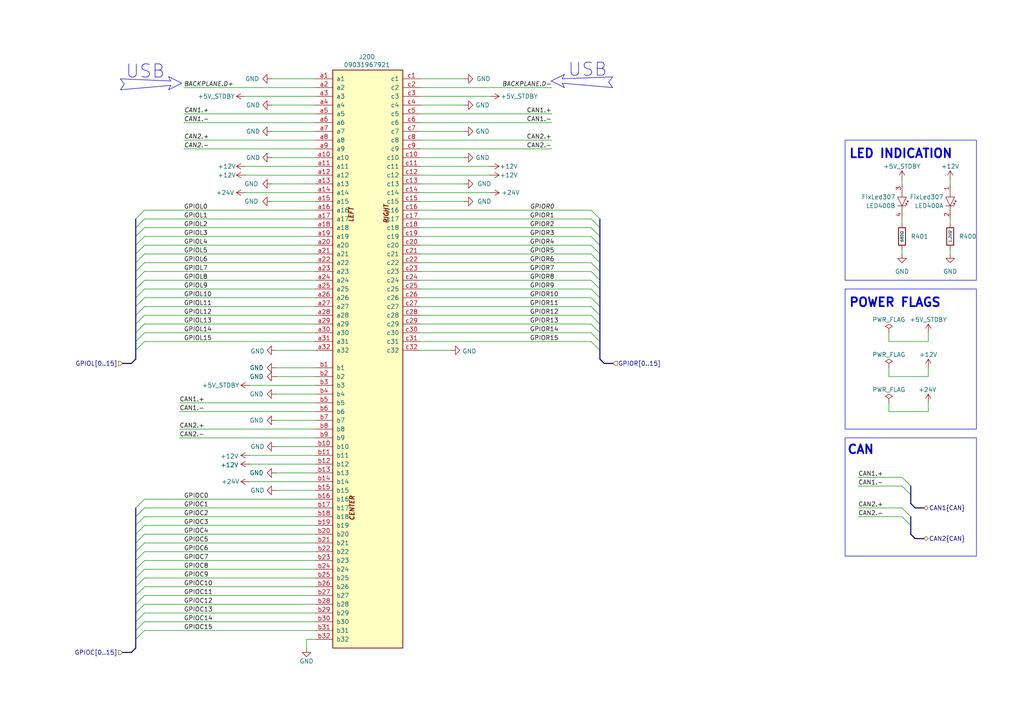
<source format=kicad_sch>
(kicad_sch (version 20231120) (generator "eeschema") (generator_version "8.0")
  (paper "A4")
  (title_block (title "ModuCard base module") (date "2025-02-18") (rev "1.0.0") (company "KoNaR") (comment 1 "Base project authors: Dominik Pluta, Artem Horiunov") (comment 2 "Project author: <author>"))
  (lib_symbols
    (symbol "DIN41612_3x32:09031967921" (pin_names (offset 1.016))
      (property "Reference" "J" (at 0 88.9 0))
      (property "Value" "09031967921" (at 0 86.36 0))
      (symbol "09031967921_0_0"
        (rectangle (start -10.16 83.82) (end 10.16 -83.82) (stroke (width 0.254)) (fill (type background)))
      )
      (symbol "09031967921_1_1"
        (text "CENTER" (at -4.572 -43.18 900) (effects (font (size 1.27 1.27) (bold yes) (italic yes))))
        (text "LEFT" (at -4.826 41.91 900) (effects (font (size 1.27 1.27) (bold yes) (italic yes))))
        (text "RIGHT" (at 5.334 42.164 900) (effects (font (size 1.27 1.27) (bold yes) (italic yes))))
        (pin passive line (at -15.24 81.28 0) (length 5.08) (name "a1") (number "a1"))
        (pin passive line (at -15.24 58.42 0) (length 5.08) (name "a10") (number "a10"))
        (pin passive line (at -15.24 55.88 0) (length 5.08) (name "a11") (number "a11"))
        (pin passive line (at -15.24 53.34 0) (length 5.08) (name "a12") (number "a12"))
        (pin passive line (at -15.24 50.8 0) (length 5.08) (name "a13") (number "a13"))
        (pin passive line (at -15.24 48.26 0) (length 5.08) (name "a14") (number "a14"))
        (pin passive line (at -15.24 45.72 0) (length 5.08) (name "a15") (number "a15"))
        (pin passive line (at -15.24 43.18 0) (length 5.08) (name "a16") (number "a16"))
        (pin passive line (at -15.24 40.64 0) (length 5.08) (name "a17") (number "a17"))
        (pin passive line (at -15.24 38.1 0) (length 5.08) (name "a18") (number "a18"))
        (pin passive line (at -15.24 35.56 0) (length 5.08) (name "a19") (number "a19"))
        (pin passive line (at -15.24 78.74 0) (length 5.08) (name "a2") (number "a2"))
        (pin passive line (at -15.24 33.02 0) (length 5.08) (name "a20") (number "a20"))
        (pin passive line (at -15.24 30.48 0) (length 5.08) (name "a21") (number "a21"))
        (pin passive line (at -15.24 27.94 0) (length 5.08) (name "a22") (number "a22"))
        (pin passive line (at -15.24 25.4 0) (length 5.08) (name "a23") (number "a23"))
        (pin passive line (at -15.24 22.86 0) (length 5.08) (name "a24") (number "a24"))
        (pin passive line (at -15.24 20.32 0) (length 5.08) (name "a25") (number "a25"))
        (pin passive line (at -15.24 17.78 0) (length 5.08) (name "a26") (number "a26"))
        (pin passive line (at -15.24 15.24 0) (length 5.08) (name "a27") (number "a27"))
        (pin passive line (at -15.24 12.7 0) (length 5.08) (name "a28") (number "a28"))
        (pin passive line (at -15.24 10.16 0) (length 5.08) (name "a29") (number "a29"))
        (pin passive line (at -15.24 76.2 0) (length 5.08) (name "a3") (number "a3"))
        (pin passive line (at -15.24 7.62 0) (length 5.08) (name "a30") (number "a30"))
        (pin passive line (at -15.24 5.08 0) (length 5.08) (name "a31") (number "a31"))
        (pin passive line (at -15.24 2.54 0) (length 5.08) (name "a32") (number "a32"))
        (pin passive line (at -15.24 73.66 0) (length 5.08) (name "a4") (number "a4"))
        (pin passive line (at -15.24 71.12 0) (length 5.08) (name "a5") (number "a5"))
        (pin passive line (at -15.24 68.58 0) (length 5.08) (name "a6") (number "a6"))
        (pin passive line (at -15.24 66.04 0) (length 5.08) (name "a7") (number "a7"))
        (pin passive line (at -15.24 63.5 0) (length 5.08) (name "a8") (number "a8"))
        (pin passive line (at -15.24 60.96 0) (length 5.08) (name "a9") (number "a9"))
        (pin passive line (at -15.24 -2.54 0) (length 5.08) (name "b1") (number "b1"))
        (pin passive line (at -15.24 -25.4 0) (length 5.08) (name "b10") (number "b10"))
        (pin passive line (at -15.24 -27.94 0) (length 5.08) (name "b11") (number "b11"))
        (pin passive line (at -15.24 -30.48 0) (length 5.08) (name "b12") (number "b12"))
        (pin passive line (at -15.24 -33.02 0) (length 5.08) (name "b13") (number "b13"))
        (pin passive line (at -15.24 -35.56 0) (length 5.08) (name "b14") (number "b14"))
        (pin passive line (at -15.24 -38.1 0) (length 5.08) (name "b15") (number "b15"))
        (pin passive line (at -15.24 -40.64 0) (length 5.08) (name "b16") (number "b16"))
        (pin passive line (at -15.24 -43.18 0) (length 5.08) (name "b17") (number "b17"))
        (pin passive line (at -15.24 -45.72 0) (length 5.08) (name "b18") (number "b18"))
        (pin passive line (at -15.24 -48.26 0) (length 5.08) (name "b19") (number "b19"))
        (pin passive line (at -15.24 -5.08 0) (length 5.08) (name "b2") (number "b2"))
        (pin passive line (at -15.24 -50.8 0) (length 5.08) (name "b20") (number "b20"))
        (pin passive line (at -15.24 -53.34 0) (length 5.08) (name "b21") (number "b21"))
        (pin passive line (at -15.24 -55.88 0) (length 5.08) (name "b22") (number "b22"))
        (pin passive line (at -15.24 -58.42 0) (length 5.08) (name "b23") (number "b23"))
        (pin passive line (at -15.24 -60.96 0) (length 5.08) (name "b24") (number "b24"))
        (pin passive line (at -15.24 -63.5 0) (length 5.08) (name "b25") (number "b25"))
        (pin passive line (at -15.24 -66.04 0) (length 5.08) (name "b26") (number "b26"))
        (pin passive line (at -15.24 -68.58 0) (length 5.08) (name "b27") (number "b27"))
        (pin passive line (at -15.24 -71.12 0) (length 5.08) (name "b28") (number "b28"))
        (pin passive line (at -15.24 -73.66 0) (length 5.08) (name "b29") (number "b29"))
        (pin passive line (at -15.24 -7.62 0) (length 5.08) (name "b3") (number "b3"))
        (pin passive line (at -15.24 -76.2 0) (length 5.08) (name "b30") (number "b30"))
        (pin passive line (at -15.24 -78.74 0) (length 5.08) (name "b31") (number "b31"))
        (pin passive line (at -15.24 -81.28 0) (length 5.08) (name "b32") (number "b32"))
        (pin passive line (at -15.24 -10.16 0) (length 5.08) (name "b4") (number "b4"))
        (pin passive line (at -15.24 -12.7 0) (length 5.08) (name "b5") (number "b5"))
        (pin passive line (at -15.24 -15.24 0) (length 5.08) (name "b6") (number "b6"))
        (pin passive line (at -15.24 -17.78 0) (length 5.08) (name "b7") (number "b7"))
        (pin passive line (at -15.24 -20.32 0) (length 5.08) (name "b8") (number "b8"))
        (pin passive line (at -15.24 -22.86 0) (length 5.08) (name "b9") (number "b9"))
        (pin passive line (at 15.24 81.28 180) (length 5.08) (name "c1") (number "c1"))
        (pin passive line (at 15.24 58.42 180) (length 5.08) (name "c10") (number "c10"))
        (pin passive line (at 15.24 55.88 180) (length 5.08) (name "c11") (number "c11"))
        (pin passive line (at 15.24 53.34 180) (length 5.08) (name "c12") (number "c12"))
        (pin passive line (at 15.24 50.8 180) (length 5.08) (name "c13") (number "c13"))
        (pin passive line (at 15.24 48.26 180) (length 5.08) (name "c14") (number "c14"))
        (pin passive line (at 15.24 45.72 180) (length 5.08) (name "c15") (number "c15"))
        (pin passive line (at 15.24 43.18 180) (length 5.08) (name "c16") (number "c16"))
        (pin passive line (at 15.24 40.64 180) (length 5.08) (name "c17") (number "c17"))
        (pin passive line (at 15.24 38.1 180) (length 5.08) (name "c18") (number "c18"))
        (pin passive line (at 15.24 35.56 180) (length 5.08) (name "c19") (number "c19"))
        (pin passive line (at 15.24 78.74 180) (length 5.08) (name "c2") (number "c2"))
        (pin passive line (at 15.24 33.02 180) (length 5.08) (name "c20") (number "c20"))
        (pin passive line (at 15.24 30.48 180) (length 5.08) (name "c21") (number "c21"))
        (pin passive line (at 15.24 27.94 180) (length 5.08) (name "c22") (number "c22"))
        (pin passive line (at 15.24 25.4 180) (length 5.08) (name "c23") (number "c23"))
        (pin passive line (at 15.24 22.86 180) (length 5.08) (name "c24") (number "c24"))
        (pin passive line (at 15.24 20.32 180) (length 5.08) (name "c25") (number "c25"))
        (pin passive line (at 15.24 17.78 180) (length 5.08) (name "c26") (number "c26"))
        (pin passive line (at 15.24 15.24 180) (length 5.08) (name "c27") (number "c27"))
        (pin passive line (at 15.24 12.7 180) (length 5.08) (name "c28") (number "c28"))
        (pin passive line (at 15.24 10.16 180) (length 5.08) (name "c29") (number "c29"))
        (pin passive line (at 15.24 76.2 180) (length 5.08) (name "c3") (number "c3"))
        (pin passive line (at 15.24 7.62 180) (length 5.08) (name "c30") (number "c30"))
        (pin passive line (at 15.24 5.08 180) (length 5.08) (name "c31") (number "c31"))
        (pin passive line (at 15.24 2.54 180) (length 5.08) (name "c32") (number "c32"))
        (pin passive line (at 15.24 73.66 180) (length 5.08) (name "c4") (number "c4"))
        (pin passive line (at 15.24 71.12 180) (length 5.08) (name "c5") (number "c5"))
        (pin passive line (at 15.24 68.58 180) (length 5.08) (name "c6") (number "c6"))
        (pin passive line (at 15.24 66.04 180) (length 5.08) (name "c7") (number "c7"))
        (pin passive line (at 15.24 63.5 180) (length 5.08) (name "c8") (number "c8"))
        (pin passive line (at 15.24 60.96 180) (length 5.08) (name "c9") (number "c9"))
      )
    )
    (symbol "FixLed307:FixLed307"
      (property "Reference" "LED" (at 0 2.54 0))
      (property "Value" "FixLed307" (at 1.27 0 0))
      (symbol "FixLed307_1_1"
        (polyline (pts (xy -1.27 0) (xy -2.54 0)))
        (polyline (pts (xy 0.0949 1.7411) (xy -0.274 1.6516)))
        (polyline (pts (xy 0.8171 1.3666) (xy 0.4482 1.2771)))
        (polyline (pts (xy 1.27 1.27) (xy 1.27 -1.27)))
        (polyline (pts (xy 2.54 0) (xy 1.27 0)))
        (polyline (pts (xy -0.2828 1.2706) (xy 0.0955 1.7402) (xy 0.1403 1.3153)))
        (polyline (pts (xy 0.4394 0.8961) (xy 0.8177 1.3657) (xy 0.8625 0.9408)))
        (polyline (pts (xy -1.27 1.27) (xy -1.27 -1.27) (xy 1.27 0) (xy -1.27 1.27)))
        (pin input line (at -5.08 0 0) (length 2.54) (name "") (number "1"))
        (pin input line (at 5.08 0 180) (length 2.54) (name "") (number "2"))
      )
      (symbol "FixLed307_2_1"
        (polyline (pts (xy -1.27 0) (xy -2.54 0)))
        (polyline (pts (xy 0.1392 1.8167) (xy -0.2297 1.7272)))
        (polyline (pts (xy 0.8614 1.4422) (xy 0.4925 1.3527)))
        (polyline (pts (xy 1.27 1.27) (xy 1.27 -1.27)))
        (polyline (pts (xy 2.54 0) (xy 1.27 0)))
        (polyline (pts (xy -0.2385 1.3462) (xy 0.1398 1.8158) (xy 0.1846 1.3909)))
        (polyline (pts (xy 0.4837 0.9717) (xy 0.862 1.4413) (xy 0.9068 1.0164)))
        (polyline (pts (xy -1.27 1.27) (xy -1.27 -1.27) (xy 1.27 0) (xy -1.27 1.27)))
        (pin input line (at -5.08 0 0) (length 2.54) (name "") (number "3"))
        (pin input line (at 5.08 0 180) (length 2.54) (name "") (number "4"))
      )
    )
    (symbol "GND_1" (power) (pin_numbers hide) (pin_names (offset 0) hide)
      (property "Value" "GND" (at 0 -3.81 0))
      (symbol "GND_1_0_1"
        (polyline (pts (xy 0 0) (xy 0 -1.27) (xy 1.27 -1.27) (xy 0 -2.54) (xy -1.27 -1.27) (xy 0 -1.27)))
      )
      (symbol "GND_1_1_1"
        (pin power_in line (at 0 0 270) (length 0) (name "~") (number "1"))
      )
    )
    (symbol "PCM_JLCPCB-Resistors:0805,1.2kΩ" (pin_numbers hide) (pin_names (offset 0))
      (property "Reference" "R" (at 1.778 0 0))
      (property "Value" "1.2kΩ" (at 0 0 90))
      (symbol "0805,1.2kΩ_0_1"
        (rectangle (start -1.016 2.54) (end 1.016 -2.54) (stroke (width 0.254)))
      )
      (symbol "0805,1.2kΩ_1_1"
        (pin passive line (at 0 3.81 270) (length 1.27) (name "~") (number "1"))
        (pin passive line (at 0 -3.81 90) (length 1.27) (name "~") (number "2"))
      )
    )
    (symbol "PCM_JLCPCB-Resistors:0805,680Ω" (pin_numbers hide) (pin_names (offset 0))
      (property "Reference" "R" (at 1.778 0 0))
      (property "Value" "680Ω" (at 0 0 90))
      (symbol "0805,680Ω_0_1"
        (rectangle (start -1.016 2.54) (end 1.016 -2.54) (stroke (width 0.254)))
      )
      (symbol "0805,680Ω_1_1"
        (pin passive line (at 0 3.81 270) (length 1.27) (name "~") (number "1"))
        (pin passive line (at 0 -3.81 90) (length 1.27) (name "~") (number "2"))
      )
    )
    (symbol "power:+12V" (power) (pin_numbers hide) (pin_names (offset 0) hide)
      (property "Value" "+12V" (at 0 3.556 0))
      (symbol "+12V_0_1"
        (polyline (pts (xy -0.762 1.27) (xy 0 2.54)))
        (polyline (pts (xy 0 0) (xy 0 2.54)))
        (polyline (pts (xy 0 2.54) (xy 0.762 1.27)))
      )
      (symbol "+12V_1_1"
        (pin power_in line (at 0 0 90) (length 0) (name "~") (number "1"))
      )
    )
    (symbol "power:+5V" (power) (pin_numbers hide) (pin_names (offset 0) hide)
      (property "Value" "+5V" (at 0 3.556 0))
      (symbol "+5V_0_1"
        (polyline (pts (xy -0.762 1.27) (xy 0 2.54)))
        (polyline (pts (xy 0 0) (xy 0 2.54)))
        (polyline (pts (xy 0 2.54) (xy 0.762 1.27)))
      )
      (symbol "+5V_1_1"
        (pin power_in line (at 0 0 90) (length 0) (name "~") (number "1"))
      )
    )
    (symbol "power:GND" (power) (pin_numbers hide) (pin_names (offset 0) hide)
      (property "Value" "GND" (at 0 -3.81 0))
      (symbol "GND_0_1"
        (polyline (pts (xy 0 0) (xy 0 -1.27) (xy 1.27 -1.27) (xy 0 -2.54) (xy -1.27 -1.27) (xy 0 -1.27)))
      )
      (symbol "GND_1_1"
        (pin power_in line (at 0 0 270) (length 0) (name "~") (number "1"))
      )
    )
    (symbol "power:PWR_FLAG" (power) (pin_numbers hide) (pin_names (offset 0) hide)
      (property "Value" "PWR_FLAG" (at 0 3.81 0))
      (symbol "PWR_FLAG_0_0"
        (pin power_out line (at 0 0 90) (length 0) (name "~") (number "1"))
      )
      (symbol "PWR_FLAG_0_1"
        (polyline (pts (xy 0 0) (xy 0 1.27) (xy -1.016 1.905) (xy 0 2.54) (xy 1.016 1.905) (xy 0 1.27)))
      )
    )
  )
  (bus_entry (at 171.45 76.2) (size 2.54 2.54))
  (bus_entry (at 41.91 147.32) (size -2.54 2.54))
  (bus_entry (at 41.91 177.8) (size -2.54 2.54))
  (bus_entry (at 171.45 93.98) (size 2.54 2.54))
  (bus_entry (at 264.16 140.97) (size -2.54 -2.54))
  (bus_entry (at 171.45 63.5) (size 2.54 2.54))
  (bus_entry (at 41.91 152.4) (size -2.54 2.54))
  (bus_entry (at 41.91 165.1) (size -2.54 2.54))
  (bus_entry (at 41.91 170.18) (size -2.54 2.54))
  (bus_entry (at 171.45 86.36) (size 2.54 2.54))
  (bus_entry (at 41.91 91.44) (size -2.54 2.54))
  (bus_entry (at 171.45 91.44) (size 2.54 2.54))
  (bus_entry (at 41.91 81.28) (size -2.54 2.54))
  (bus_entry (at 41.91 182.88) (size -2.54 2.54))
  (bus_entry (at 41.91 66.04) (size -2.54 2.54))
  (bus_entry (at 41.91 180.34) (size -2.54 2.54))
  (bus_entry (at 41.91 149.86) (size -2.54 2.54))
  (bus_entry (at 41.91 73.66) (size -2.54 2.54))
  (bus_entry (at 41.91 60.96) (size -2.54 2.54))
  (bus_entry (at 41.91 160.02) (size -2.54 2.54))
  (bus_entry (at 171.45 66.04) (size 2.54 2.54))
  (bus_entry (at 41.91 175.26) (size -2.54 2.54))
  (bus_entry (at 41.91 154.94) (size -2.54 2.54))
  (bus_entry (at 171.45 60.96) (size 2.54 2.54))
  (bus_entry (at 41.91 83.82) (size -2.54 2.54))
  (bus_entry (at 171.45 88.9) (size 2.54 2.54))
  (bus_entry (at 41.91 68.58) (size -2.54 2.54))
  (bus_entry (at 41.91 167.64) (size -2.54 2.54))
  (bus_entry (at 171.45 83.82) (size 2.54 2.54))
  (bus_entry (at 171.45 78.74) (size 2.54 2.54))
  (bus_entry (at 41.91 157.48) (size -2.54 2.54))
  (bus_entry (at 41.91 144.78) (size -2.54 2.54))
  (bus_entry (at 41.91 71.12) (size -2.54 2.54))
  (bus_entry (at 264.16 152.4) (size -2.54 -2.54))
  (bus_entry (at 264.16 149.86) (size -2.54 -2.54))
  (bus_entry (at 41.91 86.36) (size -2.54 2.54))
  (bus_entry (at 41.91 162.56) (size -2.54 2.54))
  (bus_entry (at 41.91 78.74) (size -2.54 2.54))
  (bus_entry (at 171.45 73.66) (size 2.54 2.54))
  (bus_entry (at 171.45 71.12) (size 2.54 2.54))
  (bus_entry (at 171.45 81.28) (size 2.54 2.54))
  (bus_entry (at 41.91 172.72) (size -2.54 2.54))
  (bus_entry (at 41.91 63.5) (size -2.54 2.54))
  (bus_entry (at 171.45 99.06) (size 2.54 2.54))
  (bus_entry (at 264.16 143.51) (size -2.54 -2.54))
  (bus_entry (at 41.91 96.52) (size -2.54 2.54))
  (bus_entry (at 41.91 93.98) (size -2.54 2.54))
  (bus_entry (at 41.91 88.9) (size -2.54 2.54))
  (bus_entry (at 171.45 68.58) (size 2.54 2.54))
  (bus_entry (at 41.91 99.06) (size -2.54 2.54))
  (bus_entry (at 41.91 76.2) (size -2.54 2.54))
  (bus_entry (at 171.45 96.52) (size 2.54 2.54))
  (wire (pts (xy 121.92 50.8) (xy 142.24 50.8)))
  (bus (pts (xy 39.37 73.66) (xy 39.37 76.2)))
  (wire (pts (xy 91.44 165.1) (xy 41.91 165.1)))
  (wire (pts (xy 261.62 63.5) (xy 261.62 64.77)))
  (bus (pts (xy 264.16 143.51) (xy 264.16 140.97)))
  (polyline (pts (xy 34.925 22.86) (xy 49.53 23.495)))
  (bus (pts (xy 39.37 154.94) (xy 39.37 157.48)))
  (wire (pts (xy 91.44 78.74) (xy 41.91 78.74)))
  (wire (pts (xy 130.81 101.6) (xy 121.92 101.6)))
  (bus (pts (xy 39.37 162.56) (xy 39.37 165.1)))
  (wire (pts (xy 171.45 83.82) (xy 121.92 83.82)))
  (wire (pts (xy 257.81 109.22) (xy 269.24 109.22)))
  (wire (pts (xy 261.62 149.86) (xy 248.92 149.86)))
  (bus (pts (xy 39.37 96.52) (xy 39.37 99.06)))
  (wire (pts (xy 121.92 63.5) (xy 171.45 63.5)))
  (polyline (pts (xy 159.893 23.495) (xy 163.703 25.4)))
  (bus (pts (xy 39.37 68.58) (xy 39.37 71.12)))
  (wire (pts (xy 257.81 116.84) (xy 257.81 119.38)))
  (wire (pts (xy 91.44 152.4) (xy 41.91 152.4)))
  (wire (pts (xy 53.34 33.02) (xy 91.44 33.02)))
  (bus (pts (xy 173.99 83.82) (xy 173.99 86.36)))
  (wire (pts (xy 91.44 167.64) (xy 41.91 167.64)))
  (wire (pts (xy 71.12 50.8) (xy 91.44 50.8)))
  (bus (pts (xy 175.26 105.41) (xy 177.8 105.41)))
  (wire (pts (xy 52.07 127) (xy 91.44 127)))
  (bus (pts (xy 264.16 146.05) (xy 264.16 143.51)))
  (wire (pts (xy 121.92 40.64) (xy 160.02 40.64)))
  (bus (pts (xy 39.37 175.26) (xy 39.37 177.8)))
  (wire (pts (xy 261.62 147.32) (xy 248.92 147.32)))
  (wire (pts (xy 261.62 52.07) (xy 261.62 53.34)))
  (wire (pts (xy 91.44 182.88) (xy 41.91 182.88)))
  (wire (pts (xy 91.44 99.06) (xy 41.91 99.06)))
  (wire (pts (xy 78.74 53.34) (xy 91.44 53.34)))
  (bus (pts (xy 264.16 154.94) (xy 265.43 156.21)))
  (wire (pts (xy 78.74 30.48) (xy 91.44 30.48)))
  (polyline (pts (xy 163.068 24.13) (xy 177.673 25.4)))
  (wire (pts (xy 91.44 68.58) (xy 41.91 68.58)))
  (bus (pts (xy 39.37 177.8) (xy 39.37 180.34)))
  (bus (pts (xy 39.37 81.28) (xy 39.37 83.82)))
  (wire (pts (xy 261.62 72.39) (xy 261.62 73.66)))
  (wire (pts (xy 91.44 76.2) (xy 41.91 76.2)))
  (wire (pts (xy 80.01 129.54) (xy 91.44 129.54)))
  (polyline (pts (xy 176.53 23.876) (xy 177.6563 22.2837)))
  (wire (pts (xy 171.45 88.9) (xy 121.92 88.9)))
  (bus (pts (xy 173.99 88.9) (xy 173.99 91.44)))
  (bus (pts (xy 38.1 189.23) (xy 39.37 187.96)))
  (bus (pts (xy 173.99 66.04) (xy 173.99 68.58)))
  (bus (pts (xy 264.16 154.94) (xy 264.16 152.4)))
  (bus (pts (xy 173.99 96.52) (xy 173.99 99.06)))
  (polyline (pts (xy 48.895 22.225) (xy 52.705 24.13)))
  (polyline (pts (xy 36.068 24.384) (xy 34.925 22.86)))
  (wire (pts (xy 72.39 134.62) (xy 91.44 134.62)))
  (wire (pts (xy 269.24 106.68) (xy 269.24 109.22)))
  (wire (pts (xy 41.91 60.96) (xy 91.44 60.96)))
  (bus (pts (xy 175.26 105.41) (xy 173.99 104.14)))
  (wire (pts (xy 171.45 86.36) (xy 121.92 86.36)))
  (wire (pts (xy 171.45 93.98) (xy 121.92 93.98)))
  (wire (pts (xy 41.91 147.32) (xy 91.44 147.32)))
  (wire (pts (xy 53.34 25.4) (xy 91.44 25.4)))
  (wire (pts (xy 121.92 35.56) (xy 160.02 35.56)))
  (wire (pts (xy 121.92 66.04) (xy 171.45 66.04)))
  (wire (pts (xy 53.34 43.18) (xy 91.44 43.18)))
  (bus (pts (xy 39.37 170.18) (xy 39.37 172.72)))
  (wire (pts (xy 261.62 138.43) (xy 248.92 138.43)))
  (bus (pts (xy 39.37 86.36) (xy 39.37 88.9)))
  (wire (pts (xy 91.44 162.56) (xy 41.91 162.56)))
  (wire (pts (xy 91.44 86.36) (xy 41.91 86.36)))
  (wire (pts (xy 91.44 91.44) (xy 41.91 91.44)))
  (bus (pts (xy 39.37 152.4) (xy 39.37 154.94)))
  (wire (pts (xy 91.44 93.98) (xy 41.91 93.98)))
  (bus (pts (xy 38.1 105.41) (xy 39.37 104.14)))
  (wire (pts (xy 52.07 119.38) (xy 91.44 119.38)))
  (bus (pts (xy 265.43 147.32) (xy 267.97 147.32)))
  (wire (pts (xy 121.92 58.42) (xy 134.62 58.42)))
  (polyline (pts (xy 49.53 23.495) (xy 48.895 22.225)))
  (wire (pts (xy 80.01 114.3) (xy 91.44 114.3)))
  (wire (pts (xy 80.01 109.22) (xy 91.44 109.22)))
  (bus (pts (xy 39.37 185.42) (xy 39.37 187.96)))
  (bus (pts (xy 173.99 71.12) (xy 173.99 73.66)))
  (bus (pts (xy 39.37 78.74) (xy 39.37 81.28)))
  (wire (pts (xy 71.12 55.88) (xy 91.44 55.88)))
  (wire (pts (xy 121.92 43.18) (xy 160.02 43.18)))
  (bus (pts (xy 173.99 101.6) (xy 173.99 104.14)))
  (bus (pts (xy 39.37 99.06) (xy 39.37 101.6)))
  (wire (pts (xy 171.45 73.66) (xy 121.92 73.66)))
  (wire (pts (xy 121.92 38.1) (xy 134.62 38.1)))
  (polyline (pts (xy 34.925 26.035) (xy 36.068 24.384)))
  (bus (pts (xy 39.37 165.1) (xy 39.37 167.64)))
  (wire (pts (xy 91.44 154.94) (xy 41.91 154.94)))
  (bus (pts (xy 39.37 83.82) (xy 39.37 86.36)))
  (wire (pts (xy 80.01 137.16) (xy 91.44 137.16)))
  (wire (pts (xy 91.44 170.18) (xy 41.91 170.18)))
  (wire (pts (xy 171.45 78.74) (xy 121.92 78.74)))
  (wire (pts (xy 121.92 30.48) (xy 134.62 30.48)))
  (wire (pts (xy 91.44 83.82) (xy 41.91 83.82)))
  (wire (pts (xy 171.45 99.06) (xy 121.92 99.06)))
  (wire (pts (xy 91.44 180.34) (xy 41.91 180.34)))
  (wire (pts (xy 88.9 185.42) (xy 88.9 187.96)))
  (wire (pts (xy 275.59 72.39) (xy 275.59 73.66)))
  (bus (pts (xy 39.37 180.34) (xy 39.37 182.88)))
  (wire (pts (xy 78.74 22.86) (xy 91.44 22.86)))
  (bus (pts (xy 264.16 146.05) (xy 265.43 147.32)))
  (wire (pts (xy 142.24 48.26) (xy 121.92 48.26)))
  (bus (pts (xy 39.37 182.88) (xy 39.37 185.42)))
  (polyline (pts (xy 52.705 24.13) (xy 48.895 26.035)))
  (wire (pts (xy 91.44 88.9) (xy 41.91 88.9)))
  (bus (pts (xy 264.16 152.4) (xy 264.16 149.86)))
  (wire (pts (xy 257.81 106.68) (xy 257.81 109.22)))
  (bus (pts (xy 39.37 157.48) (xy 39.37 160.02)))
  (bus (pts (xy 173.99 99.06) (xy 173.99 101.6)))
  (wire (pts (xy 41.91 149.86) (xy 91.44 149.86)))
  (wire (pts (xy 72.39 139.7) (xy 91.44 139.7)))
  (wire (pts (xy 91.44 96.52) (xy 41.91 96.52)))
  (wire (pts (xy 269.24 116.84) (xy 269.24 119.38)))
  (bus (pts (xy 39.37 76.2) (xy 39.37 78.74)))
  (bus (pts (xy 173.99 93.98) (xy 173.99 96.52)))
  (wire (pts (xy 171.45 71.12) (xy 121.92 71.12)))
  (bus (pts (xy 173.99 86.36) (xy 173.99 88.9)))
  (wire (pts (xy 257.81 99.06) (xy 269.24 99.06)))
  (wire (pts (xy 80.01 101.6) (xy 91.44 101.6)))
  (bus (pts (xy 173.99 68.58) (xy 173.99 71.12)))
  (wire (pts (xy 91.44 81.28) (xy 41.91 81.28)))
  (wire (pts (xy 121.92 55.88) (xy 142.24 55.88)))
  (wire (pts (xy 171.45 68.58) (xy 121.92 68.58)))
  (bus (pts (xy 39.37 149.86) (xy 39.37 152.4)))
  (wire (pts (xy 134.62 45.72) (xy 121.92 45.72)))
  (bus (pts (xy 39.37 63.5) (xy 39.37 66.04)))
  (wire (pts (xy 257.81 119.38) (xy 269.24 119.38)))
  (wire (pts (xy 171.45 81.28) (xy 121.92 81.28)))
  (wire (pts (xy 52.07 116.84) (xy 91.44 116.84)))
  (wire (pts (xy 121.92 25.4) (xy 160.02 25.4)))
  (wire (pts (xy 261.62 140.97) (xy 248.92 140.97)))
  (wire (pts (xy 257.81 96.52) (xy 257.81 99.06)))
  (wire (pts (xy 80.01 106.68) (xy 91.44 106.68)))
  (polyline (pts (xy 163.068 22.86) (xy 163.703 21.59)))
  (wire (pts (xy 91.44 160.02) (xy 41.91 160.02)))
  (polyline (pts (xy 177.673 25.4) (xy 176.53 23.876)))
  (wire (pts (xy 53.34 35.56) (xy 91.44 35.56)))
  (wire (pts (xy 121.92 60.96) (xy 171.45 60.96)))
  (bus (pts (xy 39.37 172.72) (xy 39.37 175.26)))
  (bus (pts (xy 39.37 71.12) (xy 39.37 73.66)))
  (wire (pts (xy 91.44 157.48) (xy 41.91 157.48)))
  (bus (pts (xy 173.99 78.74) (xy 173.99 81.28)))
  (wire (pts (xy 71.12 48.26) (xy 91.44 48.26)))
  (bus (pts (xy 39.37 93.98) (xy 39.37 96.52)))
  (wire (pts (xy 41.91 66.04) (xy 91.44 66.04)))
  (polyline (pts (xy 49.53 24.765) (xy 34.925 26.035)))
  (bus (pts (xy 173.99 91.44) (xy 173.99 93.98)))
  (wire (pts (xy 91.44 172.72) (xy 41.91 172.72)))
  (polyline (pts (xy 48.895 26.035) (xy 49.53 24.765)))
  (wire (pts (xy 80.01 121.92) (xy 91.44 121.92)))
  (bus (pts (xy 38.1 105.41) (xy 35.56 105.41)))
  (wire (pts (xy 275.59 63.5) (xy 275.59 64.77)))
  (polyline (pts (xy 163.703 25.4) (xy 163.068 24.13)))
  (wire (pts (xy 71.12 27.94) (xy 91.44 27.94)))
  (wire (pts (xy 52.07 124.46) (xy 91.44 124.46)))
  (wire (pts (xy 72.39 132.08) (xy 91.44 132.08)))
  (wire (pts (xy 78.74 58.42) (xy 91.44 58.42)))
  (bus (pts (xy 39.37 147.32) (xy 39.37 149.86)))
  (wire (pts (xy 121.92 33.02) (xy 160.02 33.02)))
  (wire (pts (xy 41.91 144.78) (xy 91.44 144.78)))
  (wire (pts (xy 171.45 76.2) (xy 121.92 76.2)))
  (wire (pts (xy 171.45 96.52) (xy 121.92 96.52)))
  (bus (pts (xy 39.37 101.6) (xy 39.37 104.14)))
  (bus (pts (xy 265.43 156.21) (xy 267.97 156.21)))
  (wire (pts (xy 121.92 22.86) (xy 134.62 22.86)))
  (bus (pts (xy 39.37 167.64) (xy 39.37 170.18)))
  (wire (pts (xy 171.45 91.44) (xy 121.92 91.44)))
  (polyline (pts (xy 163.703 21.59) (xy 159.893 23.495)))
  (wire (pts (xy 91.44 177.8) (xy 41.91 177.8)))
  (wire (pts (xy 78.74 45.72) (xy 91.44 45.72)))
  (wire (pts (xy 88.9 185.42) (xy 91.44 185.42)))
  (wire (pts (xy 91.44 71.12) (xy 41.91 71.12)))
  (wire (pts (xy 41.91 63.5) (xy 91.44 63.5)))
  (wire (pts (xy 275.59 52.07) (xy 275.59 53.34)))
  (wire (pts (xy 91.44 73.66) (xy 41.91 73.66)))
  (wire (pts (xy 269.24 96.52) (xy 269.24 99.06)))
  (bus (pts (xy 173.99 73.66) (xy 173.99 76.2)))
  (bus (pts (xy 39.37 160.02) (xy 39.37 162.56)))
  (bus (pts (xy 39.37 88.9) (xy 39.37 91.44)))
  (bus (pts (xy 38.1 189.23) (xy 35.56 189.23)))
  (polyline (pts (xy 177.6563 22.2837) (xy 163.068 22.86)))
  (bus (pts (xy 173.99 63.5) (xy 173.99 66.04)))
  (bus (pts (xy 39.37 91.44) (xy 39.37 93.98)))
  (wire (pts (xy 53.34 40.64) (xy 91.44 40.64)))
  (wire (pts (xy 121.92 53.34) (xy 134.62 53.34)))
  (wire (pts (xy 80.01 142.24) (xy 91.44 142.24)))
  (bus (pts (xy 173.99 76.2) (xy 173.99 78.74)))
  (wire (pts (xy 78.74 38.1) (xy 91.44 38.1)))
  (wire (pts (xy 72.39 111.76) (xy 91.44 111.76)))
  (wire (pts (xy 121.92 27.94) (xy 142.24 27.94)))
  (wire (pts (xy 91.44 175.26) (xy 41.91 175.26)))
  (bus (pts (xy 39.37 66.04) (xy 39.37 68.58)))
  (bus (pts (xy 173.99 81.28) (xy 173.99 83.82)))
  (rectangle (start 245.11 83.82) (end 283.21 124.46))
  (rectangle (start 245.11 127) (end 283.21 161.29))
  (rectangle (start 245.11 40.64) (end 283.21 81.28))
  (text "USB\n" (at 170.434 20.32 0) (effects (font (size 3.81 3.81))))
  (text "LED INDICATION" (at 246.126 44.704 0) (effects (font (size 2.54 2.54) (thickness 0.508) (bold yes)) (justify left)))
  (text "CAN" (at 245.618 130.556 0) (effects (font (size 2.54 2.54) (thickness 0.508) (bold yes)) (justify left)))
  (text "USB\n" (at 42.164 20.828 0) (effects (font (size 3.81 3.81))))
  (text "POWER FLAGS" (at 246.126 87.884 0) (effects (font (size 2.54 2.54) (thickness 0.508) (bold yes)) (justify left)))
  (label "GPIOL3" (at 53.34 68.58 0))
  (label "GPIOR3" (at 153.67 68.58 0))
  (label "GPIOL4" (at 53.34 71.12 0))
  (label "GPIOR11" (at 153.67 88.9 0))
  (label "CAN2.-" (at 52.07 127 0))
  (label "GPIOL15" (at 53.34 99.06 0))
  (label "GPIOR8" (at 153.67 81.28 0))
  (label "CAN1.+" (at 248.92 138.43 0))
  (label "GPIOL2" (at 53.34 66.04 0))
  (label "GPIOC10" (at 53.34 170.18 0))
  (label "CAN2.+" (at 248.92 147.32 0))
  (label "GPIOR13" (at 153.67 93.98 0))
  (label "GPIOL14" (at 53.34 96.52 0))
  (label "GPIOC6" (at 53.34 160.02 0))
  (label "GPIOR9" (at 153.67 83.82 0))
  (label "GPIOR2" (at 153.67 66.04 0))
  (label "BACKPLANE.D+" (at 53.34 25.4 0) (effects (font (italic yes))))
  (label "GPIOR6" (at 153.67 76.2 0))
  (label "GPIOL9" (at 53.34 83.82 0))
  (label "GPIOC14" (at 53.34 180.34 0))
  (label "CAN1.-" (at 248.92 140.97 0))
  (label "CAN2.-" (at 53.34 43.18 0) (effects (font (italic yes))))
  (label "GPIOL5" (at 53.34 73.66 0))
  (label "GPIOC3" (at 53.34 152.4 0))
  (label "GPIOC1" (at 53.34 147.32 0))
  (label "GPIOC15" (at 53.34 182.88 0))
  (label "GPIOC2" (at 53.34 149.86 0))
  (label "GPIOR0" (at 153.67 60.96 0) (effects (font (italic yes))))
  (label "CAN1.-" (at 52.07 119.38 0))
  (label "GPIOL10" (at 53.34 86.36 0))
  (label "GPIOR10" (at 153.67 86.36 0))
  (label "GPIOC13" (at 53.34 177.8 0))
  (label "GPIOL13" (at 53.34 93.98 0))
  (label "GPIOL7" (at 53.34 78.74 0))
  (label "GPIOC8" (at 53.34 165.1 0))
  (label "GPIOC0" (at 53.34 144.78 0))
  (label "CAN1.+" (at 160.02 33.02 180))
  (label "GPIOL12" (at 53.34 91.44 0))
  (label "CAN2.+" (at 52.07 124.46 0))
  (label "GPIOR15" (at 153.67 99.06 0))
  (label "GPIOR4" (at 153.67 71.12 0))
  (label "CAN2.-" (at 248.92 149.86 0))
  (label "GPIOC11" (at 53.34 172.72 0))
  (label "GPIOL8" (at 53.34 81.28 0))
  (label "GPIOL6" (at 53.34 76.2 0))
  (label "CAN1.+" (at 52.07 116.84 0))
  (label "CAN2.+" (at 160.02 40.64 180))
  (label "GPIOC12" (at 53.34 175.26 0))
  (label "GPIOC4" (at 53.34 154.94 0))
  (label "GPIOR5" (at 153.67 73.66 0))
  (label "GPIOC5" (at 53.34 157.48 0))
  (label "GPIOC7" (at 53.34 162.56 0))
  (label "GPIOR12" (at 153.67 91.44 0))
  (label "CAN1.+" (at 53.34 33.02 0) (effects (font (italic yes))))
  (label "BACKPLANE.D-" (at 160.02 25.4 180) (effects (font (italic yes))))
  (label "GPIOR7" (at 153.67 78.74 0))
  (label "CAN1.-" (at 53.34 35.56 0) (effects (font (italic yes))))
  (label "GPIOL1" (at 53.34 63.5 0))
  (label "CAN1.-" (at 160.02 35.56 180))
  (label "CAN2.+" (at 53.34 40.64 0) (effects (font (italic yes))))
  (label "GPIOL11" (at 53.34 88.9 0))
  (label "GPIOC9" (at 53.34 167.64 0))
  (label "GPIOR14" (at 153.67 96.52 0))
  (label "GPIOR1" (at 153.67 63.5 0))
  (label "CAN2.-" (at 160.02 43.18 180))
  (label "GPIOL0" (at 53.34 60.96 0))
  (hierarchical_label "CAN2{CAN}" (shape bidirectional) (at 267.97 156.21 0))
  (hierarchical_label "GPIOC[0..15]" (shape input) (at 35.56 189.23 180))
  (hierarchical_label "GPIOR[0..15]" (shape input) (at 177.8 105.41 0))
  (hierarchical_label "CAN1{CAN}" (shape bidirectional) (at 267.97 147.32 0))
  (hierarchical_label "GPIOL[0..15]" (shape input) (at 35.56 105.41 180))
  (symbol (lib_id "power:GND") (at 78.74 30.48 270) (mirror x) (unit 1)
    (property "Reference" "#PWR0209" (effects (hide yes)))
    (property "Value" "GND" (at 73.406 30.48 90))
    (property "Description" "Power symbol creates a global label with name \"GND\" , ground" (effects (hide yes)))
  )
  (symbol (lib_id "power:GND") (at 78.74 22.86 270) (mirror x) (unit 1)
    (property "Reference" "#PWR0208" (effects (hide yes)))
    (property "Value" "GND" (at 73.152 22.86 90))
    (property "Description" "Power symbol creates a global label with name \"GND\" , ground" (effects (hide yes)))
  )
  (symbol (lib_name "GND_1") (lib_id "power:GND") (at 80.01 114.3 270) (mirror x) (unit 1)
    (property "Reference" "#PWR0217" (effects (hide yes)))
    (property "Value" "GND" (at 74.422 114.3 90))
    (property "Description" "Power symbol creates a global label with name \"GND\" , ground" (effects (hide yes)))
  )
  (symbol (lib_id "PCM_JLCPCB-Resistors:0805,1.2kΩ") (at 275.59 68.58 0) (unit 1)
    (property "Reference" "R400" (at 278.13 68.5799 0) (effects (justify left)))
    (property "Value" "1.2kΩ" (at 275.59 68.58 90) (effects (font (size 0.8 0.8))))
    (property "Footprint" "PCM_JLCPCB:R_0805" (effects (hide yes)))
    (property "Datasheet" "https://www.lcsc.com/datasheet/lcsc_datasheet_2206010216_UNI-ROYAL-Uniroyal-Elec-0805W8F1201T5E_C17379.pdf" (effects (hide yes)))
    (property "Description" "125mW Thick Film Resistors 150V ±100ppm/°C ±1% 1.2kΩ 0805 Chip Resistor - Surface Mount ROHS" (effects (hide yes)))
    (property "LCSC" "C17379" (effects (hide yes)))
    (property "Stock" "903377" (effects (hide yes)))
    (property "Price" "0.005USD" (effects (hide yes)))
    (property "Process" "SMT" (effects (hide yes)))
    (property "Minimum Qty" "20" (effects (hide yes)))
    (property "Attrition Qty" "10" (effects (hide yes)))
    (property "Class" "Basic Component" (effects (hide yes)))
    (property "Category" "Resistors,Chip Resistor - Surface Mount" (effects (hide yes)))
    (property "Manufacturer" "UNI-ROYAL(Uniroyal Elec)" (effects (hide yes)))
    (property "Part" "0805W8F1201T5E" (effects (hide yes)))
    (property "Resistance" "1.2kΩ" (effects (hide yes)))
    (property "Power(Watts)" "125mW" (effects (hide yes)))
    (property "Type" "Thick Film Resistors" (effects (hide yes)))
    (property "Overload Voltage (Max)" "150V" (effects (hide yes)))
    (property "Operating Temperature Range" "-55°C~+155°C" (effects (hide yes)))
    (property "Tolerance" "±1%" (effects (hide yes)))
    (property "Temperature Coefficient" "±100ppm/°C" (effects (hide yes)))
  )
  (symbol (lib_id "power:+12V") (at 72.39 132.08 90) (unit 1)
    (property "Reference" "#PWR0205" (effects (hide yes)))
    (property "Value" "+12V" (at 66.548 132.334 90))
    (property "Description" "Power symbol creates a global label with name \"+12V\"" (effects (hide yes)))
  )
  (symbol (lib_id "power:GND") (at 80.01 101.6 270) (unit 1)
    (property "Reference" "#PWR0214" (effects (hide yes)))
    (property "Value" "GND" (at 74.676 101.854 90))
    (property "Description" "Power symbol creates a global label with name \"GND\" , ground" (effects (hide yes)))
  )
  (symbol (lib_id "FixLed307:FixLed307") (at 275.59 58.42 270) (unit 1)
    (property "Reference" "LED400" (at 273.685 59.6901 90) (effects (justify right)))
    (property "Value" "FixLed307" (at 273.685 57.1501 90) (effects (justify right)))
    (property "Footprint" "FixLed307:FixLed307" (effects (hide yes)))
    (property "Datasheet" "https://www.tme.eu/Document/b674d69546fee33ff395807565c0dcac/FIX-LED-301.pdf" (effects (hide yes)))
    (property "Description" "Double Stack LED307" (effects (hide yes)))
  )
  (symbol (lib_id "power:+12V") (at 142.24 48.26 270) (mirror x) (unit 1)
    (property "Reference" "#PWR0231" (effects (hide yes)))
    (property "Value" "+12V" (at 147.574 48.26 90))
    (property "Description" "Power symbol creates a global label with name \"+12V\"" (effects (hide yes)))
  )
  (symbol (lib_id "power:GND") (at 78.74 58.42 270) (mirror x) (unit 1)
    (property "Reference" "#PWR0213" (effects (hide yes)))
    (property "Value" "GND" (at 72.898 58.42 90))
    (property "Description" "Power symbol creates a global label with name \"GND\" , ground" (effects (hide yes)))
  )
  (symbol (lib_id "power:+5V") (at 142.24 27.94 270) (mirror x) (unit 1)
    (property "Reference" "#PWR0230" (effects (hide yes)))
    (property "Value" "+5V_STDBY" (at 150.622 27.94 90))
    (property "Description" "Power symbol creates a global label with name \"+5V\"" (effects (hide yes)))
  )
  (symbol (lib_name "GND_1") (lib_id "power:GND") (at 80.01 121.92 270) (unit 1)
    (property "Reference" "#PWR0218" (effects (hide yes)))
    (property "Value" "GND" (at 74.422 121.92 90))
    (property "Description" "Power symbol creates a global label with name \"GND\" , ground" (effects (hide yes)))
  )
  (symbol (lib_name "GND_1") (lib_id "power:GND") (at 80.01 142.24 270) (unit 1)
    (property "Reference" "#PWR0221" (effects (hide yes)))
    (property "Value" "GND" (at 74.676 142.24 90))
    (property "Description" "Power symbol creates a global label with name \"GND\" , ground" (effects (hide yes)))
  )
  (symbol (lib_id "power:+5V") (at 261.62 52.07 0) (mirror y) (unit 1)
    (property "Reference" "#PWR0402" (effects (hide yes)))
    (property "Value" "+5V_STDBY" (at 261.62 48.26 0))
    (property "Description" "Power symbol creates a global label with name \"+5V\"" (effects (hide yes)))
  )
  (symbol (lib_name "GND_1") (lib_id "power:GND") (at 80.01 109.22 270) (mirror x) (unit 1)
    (property "Reference" "#PWR0216" (effects (hide yes)))
    (property "Value" "GND" (at 74.422 109.22 90))
    (property "Description" "Power symbol creates a global label with name \"GND\" , ground" (effects (hide yes)))
  )
  (symbol (lib_name "GND_1") (lib_id "power:GND") (at 80.01 129.54 270) (unit 1)
    (property "Reference" "#PWR0219" (effects (hide yes)))
    (property "Value" "GND" (at 74.676 129.54 90))
    (property "Description" "Power symbol creates a global label with name \"GND\" , ground" (effects (hide yes)))
  )
  (symbol (lib_id "power:GND") (at 134.62 58.42 90) (mirror x) (unit 1)
    (property "Reference" "#PWR0229" (effects (hide yes)))
    (property "Value" "GND" (at 140.462 58.42 90))
    (property "Description" "Power symbol creates a global label with name \"GND\" , ground" (effects (hide yes)))
  )
  (symbol (lib_name "GND_1") (lib_id "power:GND") (at 80.01 106.68 270) (mirror x) (unit 1)
    (property "Reference" "#PWR0215" (effects (hide yes)))
    (property "Value" "GND" (at 74.422 106.68 90))
    (property "Description" "Power symbol creates a global label with name \"GND\" , ground" (effects (hide yes)))
  )
  (symbol (lib_id "power:GND") (at 275.59 73.66 0) (unit 1)
    (property "Reference" "#PWR0405" (effects (hide yes)))
    (property "Value" "GND" (at 275.59 78.74 0))
    (property "Description" "Power symbol creates a global label with name \"GND\" , ground" (effects (hide yes)))
  )
  (symbol (lib_id "power:+12V") (at 72.39 134.62 90) (unit 1)
    (property "Reference" "#PWR0206" (effects (hide yes)))
    (property "Value" "+12V" (at 66.548 134.874 90))
    (property "Description" "Power symbol creates a global label with name \"+12V\"" (effects (hide yes)))
  )
  (symbol (lib_id "power:+12V") (at 269.24 106.68 0) (mirror y) (unit 1)
    (property "Reference" "#PWR0907" (effects (hide yes)))
    (property "Value" "+12V" (at 269.24 102.87 0))
    (property "Description" "Power symbol creates a global label with name \"+12V\"" (effects (hide yes)))
  )
  (symbol (lib_id "power:GND") (at 134.62 53.34 90) (mirror x) (unit 1)
    (property "Reference" "#PWR0228" (effects (hide yes)))
    (property "Value" "GND" (at 140.462 53.34 90))
    (property "Description" "Power symbol creates a global label with name \"GND\" , ground" (effects (hide yes)))
  )
  (symbol (lib_name "GND_1") (lib_id "power:GND") (at 80.01 137.16 270) (unit 1)
    (property "Reference" "#PWR0220" (effects (hide yes)))
    (property "Value" "GND" (at 74.422 137.16 90))
    (property "Description" "Power symbol creates a global label with name \"GND\" , ground" (effects (hide yes)))
  )
  (symbol (lib_id "power:GND") (at 134.62 30.48 90) (mirror x) (unit 1)
    (property "Reference" "#PWR0225" (effects (hide yes)))
    (property "Value" "GND" (at 139.954 30.48 90))
    (property "Description" "Power symbol creates a global label with name \"GND\" , ground" (effects (hide yes)))
  )
  (symbol (lib_id "power:+12V") (at 72.39 139.7 90) (unit 1)
    (property "Reference" "#PWR0207" (effects (hide yes)))
    (property "Value" "+24V" (at 66.802 139.7 90))
    (property "Description" "Power symbol creates a global label with name \"+12V\"" (effects (hide yes)))
  )
  (symbol (lib_id "power:GND") (at 78.74 38.1 270) (mirror x) (unit 1)
    (property "Reference" "#PWR0210" (effects (hide yes)))
    (property "Value" "GND" (at 73.406 38.1 90))
    (property "Description" "Power symbol creates a global label with name \"GND\" , ground" (effects (hide yes)))
  )
  (symbol (lib_id "power:PWR_FLAG") (at 257.81 116.84 0) (unit 1)
    (property "Reference" "#FLG0904" (effects (hide yes)))
    (property "Value" "PWR_FLAG" (at 257.81 113.03 0))
    (property "Description" "Special symbol for telling ERC where power comes from" (effects (hide yes)))
  )
  (symbol (lib_id "power:+12V") (at 142.24 50.8 270) (mirror x) (unit 1)
    (property "Reference" "#PWR0232" (effects (hide yes)))
    (property "Value" "+12V" (at 147.574 50.8 90))
    (property "Description" "Power symbol creates a global label with name \"+12V\"" (effects (hide yes)))
  )
  (symbol (lib_id "power:+12V") (at 142.24 55.88 270) (mirror x) (unit 1)
    (property "Reference" "#PWR0233" (effects (hide yes)))
    (property "Value" "+24V" (at 148.082 55.88 90))
    (property "Description" "Power symbol creates a global label with name \"+12V\"" (effects (hide yes)))
  )
  (symbol (lib_name "GND_1") (lib_id "power:GND") (at 88.9 187.96 0) (unit 1)
    (property "Reference" "#PWR0222" (effects (hide yes)))
    (property "Value" "GND" (at 88.9 191.77 0))
    (property "Description" "Power symbol creates a global label with name \"GND\" , ground" (effects (hide yes)))
  )
  (symbol (lib_id "power:GND") (at 134.62 38.1 90) (mirror x) (unit 1)
    (property "Reference" "#PWR0226" (effects (hide yes)))
    (property "Value" "GND" (at 139.954 38.1 90))
    (property "Description" "Power symbol creates a global label with name \"GND\" , ground" (effects (hide yes)))
  )
  (symbol (lib_id "power:+12V") (at 269.24 116.84 0) (mirror y) (unit 1)
    (property "Reference" "#PWR0908" (effects (hide yes)))
    (property "Value" "+24V" (at 268.986 113.03 0))
    (property "Description" "Power symbol creates a global label with name \"+12V\"" (effects (hide yes)))
  )
  (symbol (lib_id "power:+5V") (at 269.24 96.52 0) (mirror y) (unit 1)
    (property "Reference" "#PWR0906" (effects (hide yes)))
    (property "Value" "+5V_STDBY" (at 269.24 92.71 0))
    (property "Description" "Power symbol creates a global label with name \"+5V\"" (effects (hide yes)))
  )
  (symbol (lib_id "power:+5V") (at 71.12 27.94 90) (mirror x) (unit 1)
    (property "Reference" "#PWR0200" (effects (hide yes)))
    (property "Value" "+5V_STDBY" (at 62.738 27.94 90))
    (property "Description" "Power symbol creates a global label with name \"+5V\"" (effects (hide yes)))
  )
  (symbol (lib_name "GND_1") (lib_id "power:GND") (at 130.81 101.6 90) (mirror x) (unit 1)
    (property "Reference" "#PWR0223" (effects (hide yes)))
    (property "Value" "GND" (at 136.144 101.854 90))
    (property "Description" "Power symbol creates a global label with name \"GND\" , ground" (effects (hide yes)))
  )
  (symbol (lib_id "DIN41612_3x32:09031967921") (at 106.68 104.14 0) (unit 1)
    (property "Reference" "J200" (at 106.426 16.51 0))
    (property "Value" "09031967921" (at 106.426 18.796 0))
    (property "Footprint" "Connector_DIN:DIN41612_R_3x32_Female_Horizontal_THT" (effects (hide yes)))
    (property "MF" "Harting" (effects (hide yes)))
    (property "MAXIMUM_PACKAGE_HEIGHT" "11 mm" (effects (hide yes)))
    (property "Package" "None" (effects (hide yes)))
    (property "Price" "None" (effects (hide yes)))
    (property "Check_prices" "https://www.snapeda.com/parts/0903-196-7921/Harting/view-part/?ref=eda" (effects (hide yes)))
    (property "STANDARD" "Manufacturer recommendations" (effects (hide yes)))
    (property "PARTREV" "D" (effects (hide yes)))
    (property "SnapEDA_Link" "https://www.snapeda.com/parts/0903-196-7921/Harting/view-part/?ref=snap" (effects (hide yes)))
    (property "MP" "0903-196-7921" (effects (hide yes)))
    (property "Description_1" "\n                        \n                            CONNECTOR, DIN 41612, PLUG, THT, RA, 96P; Product Range: Type C Series; No. of Contacts: 96Contacts; Gender: Plug; Pitch Spacing: 2.54mm; No. of Rows: 3 Row; Rows Loaded: a + b + c; Contact Plating: Gold Plated Contacts; Contact Material: Brass; No. of Mating Cycles: 50; SVHC: No SVHC (15-Jan-2018); Contact Resistance: 15mohm; Contact Termination: Through Hole Right Angle; Contact Termination Type: Through Hole; Current Rating: 2A; Flammability Rating: UL94V-0; Insulation Resistance: 1000000Mohm; Insulator Material: PET (Polyester); Lead Spacing: 2.54mm; No. of Rows: 3Rows; Operating Temperature Max: 125°C; Operating Temperature Min: -65°C; Termination Method: Solder; Working Voltage: 250V\n                        \n" (effects (hide yes)))
    (property "Availability" "In Stock" (effects (hide yes)))
    (property "MANUFACTURER" "HARTING" (effects (hide yes)))
  )
  (symbol (lib_id "power:GND") (at 78.74 53.34 270) (mirror x) (unit 1)
    (property "Reference" "#PWR0212" (effects (hide yes)))
    (property "Value" "GND" (at 72.898 53.34 90))
    (property "Description" "Power symbol creates a global label with name \"GND\" , ground" (effects (hide yes)))
  )
  (symbol (lib_id "power:+5V") (at 72.39 111.76 90) (mirror x) (unit 1)
    (property "Reference" "#PWR0204" (effects (hide yes)))
    (property "Value" "+5V_STDBY" (at 64.008 111.76 90))
    (property "Description" "Power symbol creates a global label with name \"+5V\"" (effects (hide yes)))
  )
  (symbol (lib_id "power:+12V") (at 71.12 50.8 90) (unit 1)
    (property "Reference" "#PWR0202" (effects (hide yes)))
    (property "Value" "+12V" (at 65.786 50.8 90))
    (property "Description" "Power symbol creates a global label with name \"+12V\"" (effects (hide yes)))
  )
  (symbol (lib_id "FixLed307:FixLed307") (at 261.62 58.42 270) (unit 2)
    (property "Reference" "LED400" (at 259.715 59.6901 90) (effects (justify right)))
    (property "Value" "FixLed307" (at 259.715 57.1501 90) (effects (justify right)))
    (property "Footprint" "FixLed307:FixLed307" (effects (hide yes)))
    (property "Datasheet" "https://www.tme.eu/Document/b674d69546fee33ff395807565c0dcac/FIX-LED-301.pdf" (effects (hide yes)))
    (property "Description" "Double Stack LED307" (effects (hide yes)))
  )
  (symbol (lib_id "power:GND") (at 78.74 45.72 270) (mirror x) (unit 1)
    (property "Reference" "#PWR0211" (effects (hide yes)))
    (property "Value" "GND" (at 73.406 45.72 90))
    (property "Description" "Power symbol creates a global label with name \"GND\" , ground" (effects (hide yes)))
  )
  (symbol (lib_id "power:GND") (at 134.62 22.86 90) (mirror x) (unit 1)
    (property "Reference" "#PWR0224" (effects (hide yes)))
    (property "Value" "GND" (at 140.208 22.86 90))
    (property "Description" "Power symbol creates a global label with name \"GND\" , ground" (effects (hide yes)))
  )
  (symbol (lib_id "power:PWR_FLAG") (at 257.81 106.68 0) (unit 1)
    (property "Reference" "#FLG0903" (effects (hide yes)))
    (property "Value" "PWR_FLAG" (at 257.81 102.87 0))
    (property "Description" "Special symbol for telling ERC where power comes from" (effects (hide yes)))
  )
  (symbol (lib_id "power:+12V") (at 71.12 55.88 90) (mirror x) (unit 1)
    (property "Reference" "#PWR0203" (effects (hide yes)))
    (property "Value" "+24V" (at 65.278 55.88 90))
    (property "Description" "Power symbol creates a global label with name \"+12V\"" (effects (hide yes)))
  )
  (symbol (lib_id "power:+12V") (at 275.59 52.07 0) (mirror y) (unit 1)
    (property "Reference" "#PWR0403" (effects (hide yes)))
    (property "Value" "+12V" (at 275.59 48.26 0))
    (property "Description" "Power symbol creates a global label with name \"+12V\"" (effects (hide yes)))
  )
  (symbol (lib_id "power:PWR_FLAG") (at 257.81 96.52 0) (unit 1)
    (property "Reference" "#FLG0902" (effects (hide yes)))
    (property "Value" "PWR_FLAG" (at 257.81 92.71 0))
    (property "Description" "Special symbol for telling ERC where power comes from" (effects (hide yes)))
  )
  (symbol (lib_id "power:GND") (at 134.62 45.72 90) (mirror x) (unit 1)
    (property "Reference" "#PWR0227" (effects (hide yes)))
    (property "Value" "GND" (at 139.954 45.72 90))
    (property "Description" "Power symbol creates a global label with name \"GND\" , ground" (effects (hide yes)))
  )
  (symbol (lib_id "power:GND") (at 261.62 73.66 0) (unit 1)
    (property "Reference" "#PWR0404" (effects (hide yes)))
    (property "Value" "GND" (at 261.62 78.74 0))
    (property "Description" "Power symbol creates a global label with name \"GND\" , ground" (effects (hide yes)))
  )
  (symbol (lib_id "power:+12V") (at 71.12 48.26 90) (unit 1)
    (property "Reference" "#PWR0201" (effects (hide yes)))
    (property "Value" "+12V" (at 65.786 48.26 90))
    (property "Description" "Power symbol creates a global label with name \"+12V\"" (effects (hide yes)))
  )
  (symbol (lib_id "PCM_JLCPCB-Resistors:0805,680Ω") (at 261.62 68.58 0) (unit 1)
    (property "Reference" "R401" (at 264.16 68.5799 0) (effects (justify left)))
    (property "Value" "680Ω" (at 261.62 68.58 90) (effects (font (size 0.8 0.8))))
    (property "Footprint" "PCM_JLCPCB:R_0805" (effects (hide yes)))
    (property "Datasheet" "https://www.lcsc.com/datasheet/lcsc_datasheet_2205311830_UNI-ROYAL-Uniroyal-Elec-0805W8F6800T5E_C17798.pdf" (effects (hide yes)))
    (property "Description" "125mW Thick Film Resistors 150V ±100ppm/°C ±1% 680Ω 0805 Chip Resistor - Surface Mount ROHS" (effects (hide yes)))
    (property "LCSC" "C17798" (effects (hide yes)))
    (property "Stock" "299205" (effects (hide yes)))
    (property "Price" "0.005USD" (effects (hide yes)))
    (property "Process" "SMT" (effects (hide yes)))
    (property "Minimum Qty" "20" (effects (hide yes)))
    (property "Attrition Qty" "10" (effects (hide yes)))
    (property "Class" "Basic Component" (effects (hide yes)))
    (property "Category" "Resistors,Chip Resistor - Surface Mount" (effects (hide yes)))
    (property "Manufacturer" "UNI-ROYAL(Uniroyal Elec)" (effects (hide yes)))
    (property "Part" "0805W8F6800T5E" (effects (hide yes)))
    (property "Resistance" "680Ω" (effects (hide yes)))
    (property "Power(Watts)" "125mW" (effects (hide yes)))
    (property "Type" "Thick Film Resistors" (effects (hide yes)))
    (property "Overload Voltage (Max)" "150V" (effects (hide yes)))
    (property "Operating Temperature Range" "-55°C~+155°C" (effects (hide yes)))
    (property "Tolerance" "±1%" (effects (hide yes)))
    (property "Temperature Coefficient" "±100ppm/°C" (effects (hide yes)))
  )
)
</source>
